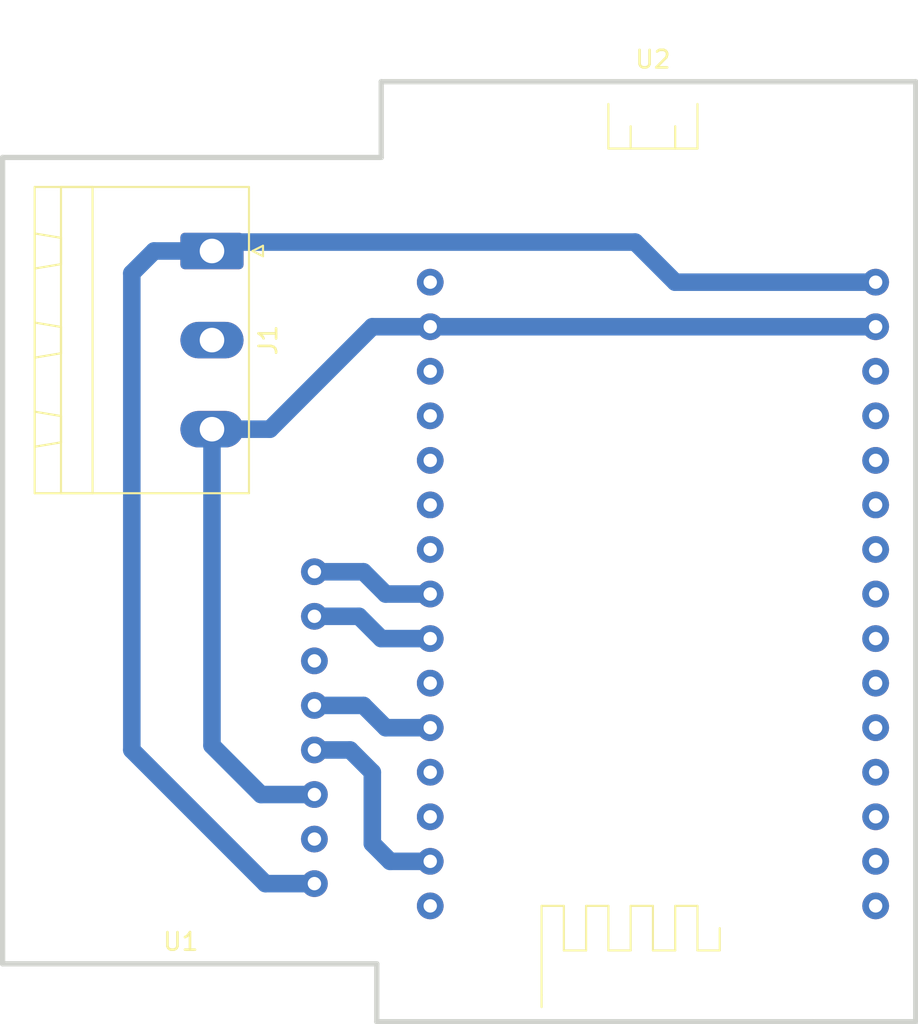
<source format=kicad_pcb>
(kicad_pcb (version 20171130) (host pcbnew "(5.1.6)-1")

  (general
    (thickness 1.6)
    (drawings 9)
    (tracks 30)
    (zones 0)
    (modules 3)
    (nets 33)
  )

  (page A4)
  (layers
    (0 F.Cu signal)
    (31 B.Cu signal)
    (32 B.Adhes user)
    (33 F.Adhes user)
    (34 B.Paste user)
    (35 F.Paste user)
    (36 B.SilkS user)
    (37 F.SilkS user)
    (38 B.Mask user)
    (39 F.Mask user)
    (40 Dwgs.User user)
    (41 Cmts.User user)
    (42 Eco1.User user)
    (43 Eco2.User user)
    (44 Edge.Cuts user)
    (45 Margin user)
    (46 B.CrtYd user)
    (47 F.CrtYd user)
    (48 B.Fab user)
    (49 F.Fab user)
  )

  (setup
    (last_trace_width 0.25)
    (user_trace_width 1)
    (trace_clearance 0.2)
    (zone_clearance 0.508)
    (zone_45_only no)
    (trace_min 0.2)
    (via_size 0.8)
    (via_drill 0.4)
    (via_min_size 0.4)
    (via_min_drill 0.3)
    (user_via 2 0.8)
    (uvia_size 0.3)
    (uvia_drill 0.1)
    (uvias_allowed no)
    (uvia_min_size 0.2)
    (uvia_min_drill 0.1)
    (edge_width 0.3)
    (segment_width 0.2)
    (pcb_text_width 0.3)
    (pcb_text_size 1.5 1.5)
    (mod_edge_width 0.12)
    (mod_text_size 1 1)
    (mod_text_width 0.15)
    (pad_size 1.524 1.524)
    (pad_drill 0.762)
    (pad_to_mask_clearance 0.05)
    (aux_axis_origin 0 0)
    (visible_elements 7FFFFFFF)
    (pcbplotparams
      (layerselection 0x010fc_ffffffff)
      (usegerberextensions false)
      (usegerberattributes true)
      (usegerberadvancedattributes true)
      (creategerberjobfile true)
      (excludeedgelayer true)
      (linewidth 0.100000)
      (plotframeref false)
      (viasonmask false)
      (mode 1)
      (useauxorigin false)
      (hpglpennumber 1)
      (hpglpenspeed 20)
      (hpglpendiameter 15.000000)
      (psnegative false)
      (psa4output false)
      (plotreference true)
      (plotvalue true)
      (plotinvisibletext false)
      (padsonsilk false)
      (subtractmaskfromsilk false)
      (outputformat 1)
      (mirror false)
      (drillshape 1)
      (scaleselection 1)
      (outputdirectory ""))
  )

  (net 0 "")
  (net 1 /5V)
  (net 2 "Net-(J1-Pad2)")
  (net 3 /GND)
  (net 4 "Net-(U1-Pad2)")
  (net 5 /SCL)
  (net 6 /SDA)
  (net 7 "Net-(U1-Pad6)")
  (net 8 /INTA)
  (net 9 /DRDY)
  (net 10 "Net-(U2-Pad1)")
  (net 11 "Net-(U2-Pad3)")
  (net 12 "Net-(U2-Pad4)")
  (net 13 "Net-(U2-Pad5)")
  (net 14 "Net-(U2-Pad6)")
  (net 15 "Net-(U2-Pad7)")
  (net 16 "Net-(U2-Pad10)")
  (net 17 "Net-(U2-Pad12)")
  (net 18 "Net-(U2-Pad13)")
  (net 19 "Net-(U2-Pad15)")
  (net 20 "Net-(U2-Pad18)")
  (net 21 "Net-(U2-Pad19)")
  (net 22 "Net-(U2-Pad20)")
  (net 23 "Net-(U2-Pad21)")
  (net 24 "Net-(U2-Pad22)")
  (net 25 "Net-(U2-Pad23)")
  (net 26 "Net-(U2-Pad24)")
  (net 27 "Net-(U2-Pad25)")
  (net 28 "Net-(U2-Pad26)")
  (net 29 "Net-(U2-Pad27)")
  (net 30 "Net-(U2-Pad28)")
  (net 31 "Net-(U2-Pad29)")
  (net 32 "Net-(U2-Pad30)")

  (net_class Default "This is the default net class."
    (clearance 0.2)
    (trace_width 0.25)
    (via_dia 0.8)
    (via_drill 0.4)
    (uvia_dia 0.3)
    (uvia_drill 0.1)
    (add_net /5V)
    (add_net /DRDY)
    (add_net /GND)
    (add_net /INTA)
    (add_net /SCL)
    (add_net /SDA)
    (add_net "Net-(J1-Pad2)")
    (add_net "Net-(U1-Pad2)")
    (add_net "Net-(U1-Pad6)")
    (add_net "Net-(U2-Pad1)")
    (add_net "Net-(U2-Pad10)")
    (add_net "Net-(U2-Pad12)")
    (add_net "Net-(U2-Pad13)")
    (add_net "Net-(U2-Pad15)")
    (add_net "Net-(U2-Pad18)")
    (add_net "Net-(U2-Pad19)")
    (add_net "Net-(U2-Pad20)")
    (add_net "Net-(U2-Pad21)")
    (add_net "Net-(U2-Pad22)")
    (add_net "Net-(U2-Pad23)")
    (add_net "Net-(U2-Pad24)")
    (add_net "Net-(U2-Pad25)")
    (add_net "Net-(U2-Pad26)")
    (add_net "Net-(U2-Pad27)")
    (add_net "Net-(U2-Pad28)")
    (add_net "Net-(U2-Pad29)")
    (add_net "Net-(U2-Pad3)")
    (add_net "Net-(U2-Pad30)")
    (add_net "Net-(U2-Pad4)")
    (add_net "Net-(U2-Pad5)")
    (add_net "Net-(U2-Pad6)")
    (add_net "Net-(U2-Pad7)")
  )

  (module Connector_Phoenix_MSTB:PhoenixContact_MSTBA_2,5_3-G-5,08_1x03_P5.08mm_Horizontal (layer F.Cu) (tedit 5B785047) (tstamp 5FCCD239)
    (at 106.172 62.738 270)
    (descr "Generic Phoenix Contact connector footprint for: MSTBA_2,5/3-G-5,08; number of pins: 03; pin pitch: 5.08mm; Angled || order number: 1757255 12A || order number: 1923872 16A (HC)")
    (tags "phoenix_contact connector MSTBA_01x03_G_5.08mm")
    (path /5FCD3352)
    (fp_text reference J1 (at 5.08 -3.2 90) (layer F.SilkS)
      (effects (font (size 1 1) (thickness 0.15)))
    )
    (fp_text value PW_IN (at 5.08 11.2 90) (layer F.Fab)
      (effects (font (size 1 1) (thickness 0.15)))
    )
    (fp_line (start -3.65 -2.11) (end -3.65 10.11) (layer F.SilkS) (width 0.12))
    (fp_line (start -3.65 10.11) (end 13.81 10.11) (layer F.SilkS) (width 0.12))
    (fp_line (start 13.81 10.11) (end 13.81 -2.11) (layer F.SilkS) (width 0.12))
    (fp_line (start 13.81 -2.11) (end -3.65 -2.11) (layer F.SilkS) (width 0.12))
    (fp_line (start -3.54 -2) (end -3.54 10) (layer F.Fab) (width 0.1))
    (fp_line (start -3.54 10) (end 13.7 10) (layer F.Fab) (width 0.1))
    (fp_line (start 13.7 10) (end 13.7 -2) (layer F.Fab) (width 0.1))
    (fp_line (start 13.7 -2) (end -3.54 -2) (layer F.Fab) (width 0.1))
    (fp_line (start -3.65 8.61) (end -3.65 6.81) (layer F.SilkS) (width 0.12))
    (fp_line (start -3.65 6.81) (end 13.81 6.81) (layer F.SilkS) (width 0.12))
    (fp_line (start 13.81 6.81) (end 13.81 8.61) (layer F.SilkS) (width 0.12))
    (fp_line (start 13.81 8.61) (end -3.65 8.61) (layer F.SilkS) (width 0.12))
    (fp_line (start -1 10.11) (end 1 10.11) (layer F.SilkS) (width 0.12))
    (fp_line (start 1 10.11) (end 0.75 8.61) (layer F.SilkS) (width 0.12))
    (fp_line (start 0.75 8.61) (end -0.75 8.61) (layer F.SilkS) (width 0.12))
    (fp_line (start -0.75 8.61) (end -1 10.11) (layer F.SilkS) (width 0.12))
    (fp_line (start 4.08 10.11) (end 6.08 10.11) (layer F.SilkS) (width 0.12))
    (fp_line (start 6.08 10.11) (end 5.83 8.61) (layer F.SilkS) (width 0.12))
    (fp_line (start 5.83 8.61) (end 4.33 8.61) (layer F.SilkS) (width 0.12))
    (fp_line (start 4.33 8.61) (end 4.08 10.11) (layer F.SilkS) (width 0.12))
    (fp_line (start 9.16 10.11) (end 11.16 10.11) (layer F.SilkS) (width 0.12))
    (fp_line (start 11.16 10.11) (end 10.91 8.61) (layer F.SilkS) (width 0.12))
    (fp_line (start 10.91 8.61) (end 9.41 8.61) (layer F.SilkS) (width 0.12))
    (fp_line (start 9.41 8.61) (end 9.16 10.11) (layer F.SilkS) (width 0.12))
    (fp_line (start -4.04 -2.5) (end -4.04 10.5) (layer F.CrtYd) (width 0.05))
    (fp_line (start -4.04 10.5) (end 14.2 10.5) (layer F.CrtYd) (width 0.05))
    (fp_line (start 14.2 10.5) (end 14.2 -2.5) (layer F.CrtYd) (width 0.05))
    (fp_line (start 14.2 -2.5) (end -4.04 -2.5) (layer F.CrtYd) (width 0.05))
    (fp_line (start 0.3 -2.91) (end 0 -2.31) (layer F.SilkS) (width 0.12))
    (fp_line (start 0 -2.31) (end -0.3 -2.91) (layer F.SilkS) (width 0.12))
    (fp_line (start -0.3 -2.91) (end 0.3 -2.91) (layer F.SilkS) (width 0.12))
    (fp_line (start 0.95 -2) (end 0 -0.5) (layer F.Fab) (width 0.1))
    (fp_line (start 0 -0.5) (end -0.95 -2) (layer F.Fab) (width 0.1))
    (fp_text user %R (at 5.08 -1.3 90) (layer F.Fab)
      (effects (font (size 1 1) (thickness 0.15)))
    )
    (pad 1 thru_hole roundrect (at 0 0 270) (size 2.08 3.6) (drill 1.4) (layers *.Cu *.Mask) (roundrect_rratio 0.120192)
      (net 1 /5V))
    (pad 2 thru_hole oval (at 5.08 0 270) (size 2.08 3.6) (drill 1.4) (layers *.Cu *.Mask)
      (net 2 "Net-(J1-Pad2)"))
    (pad 3 thru_hole oval (at 10.16 0 270) (size 2.08 3.6) (drill 1.4) (layers *.Cu *.Mask)
      (net 3 /GND))
    (model ${KISYS3DMOD}/Connector_Phoenix_MSTB.3dshapes/PhoenixContact_MSTBA_2,5_3-G-5,08_1x03_P5.08mm_Horizontal.wrl
      (at (xyz 0 0 0))
      (scale (xyz 1 1 1))
      (rotate (xyz 0 0 0))
    )
  )

  (module Giro_ESP_Platform:Giro_Module (layer F.Cu) (tedit 5FCCCEEC) (tstamp 5FCCD62C)
    (at 112.014 102.616 180)
    (path /5FCCE97D)
    (fp_text reference U1 (at 7.62 0.5) (layer F.SilkS)
      (effects (font (size 1 1) (thickness 0.15)))
    )
    (fp_text value Giro_Module (at 7.62 -1.27) (layer F.Fab)
      (effects (font (size 1 1) (thickness 0.15)))
    )
    (fp_line (start -1.27 1.27) (end -1.27 24.13) (layer F.Fab) (width 0.12))
    (fp_line (start -1.27 24.13) (end 16.51 24.13) (layer F.Fab) (width 0.12))
    (fp_line (start 16.51 24.13) (end 16.51 1.27) (layer F.Fab) (width 0.12))
    (fp_line (start 16.51 1.27) (end -1.27 1.27) (layer F.Fab) (width 0.12))
    (fp_circle (center 13.97 3.81) (end 13.97 5.08) (layer Eco2.User) (width 0.12))
    (pad 1 thru_hole circle (at 0 3.81 180) (size 1.524 1.524) (drill 0.762) (layers *.Cu *.Mask)
      (net 1 /5V))
    (pad 2 thru_hole circle (at 0 6.35 180) (size 1.524 1.524) (drill 0.762) (layers *.Cu *.Mask)
      (net 4 "Net-(U1-Pad2)"))
    (pad 3 thru_hole circle (at 0 8.89 180) (size 1.524 1.524) (drill 0.762) (layers *.Cu *.Mask)
      (net 3 /GND))
    (pad 4 thru_hole circle (at 0 11.43 180) (size 1.524 1.524) (drill 0.762) (layers *.Cu *.Mask)
      (net 5 /SCL))
    (pad 5 thru_hole circle (at 0 13.97 180) (size 1.524 1.524) (drill 0.762) (layers *.Cu *.Mask)
      (net 6 /SDA))
    (pad 6 thru_hole circle (at 0 16.51 180) (size 1.524 1.524) (drill 0.762) (layers *.Cu *.Mask)
      (net 7 "Net-(U1-Pad6)"))
    (pad 7 thru_hole circle (at 0 19.05 180) (size 1.524 1.524) (drill 0.762) (layers *.Cu *.Mask)
      (net 8 /INTA))
    (pad 8 thru_hole circle (at 0 21.59 180) (size 1.524 1.524) (drill 0.762) (layers *.Cu *.Mask)
      (net 9 /DRDY))
  )

  (module ESP_32module:ESP32_module (layer F.Cu) (tedit 5FBF99C2) (tstamp 5FCCD28B)
    (at 124.968 74.676)
    (path /5FCCBA79)
    (fp_text reference U2 (at 6.35 -22.86) (layer F.SilkS)
      (effects (font (size 1 1) (thickness 0.15)))
    )
    (fp_text value ESP32_module (at 6.35 -25.4) (layer F.Fab)
      (effects (font (size 1 1) (thickness 0.15)))
    )
    (fp_line (start 0 30.48) (end 0 31.17) (layer F.SilkS) (width 0.12))
    (fp_line (start 20.32 31.18) (end 20.32 -20.32) (layer F.Fab) (width 0.12))
    (fp_line (start 20.32 -20.32) (end -7.62 -20.32) (layer F.Fab) (width 0.12))
    (fp_line (start -7.62 -20.32) (end -7.62 31.18) (layer F.Fab) (width 0.12))
    (fp_line (start -7.62 31.18) (end 20.32 31.18) (layer F.Fab) (width 0.12))
    (fp_line (start 0 30.48) (end 0 25.4) (layer F.SilkS) (width 0.12))
    (fp_line (start 0 25.4) (end 1.27 25.4) (layer F.SilkS) (width 0.12))
    (fp_line (start 1.27 25.4) (end 1.27 27.94) (layer F.SilkS) (width 0.12))
    (fp_line (start 1.27 27.94) (end 2.54 27.94) (layer F.SilkS) (width 0.12))
    (fp_line (start 2.54 27.94) (end 2.54 25.4) (layer F.SilkS) (width 0.12))
    (fp_line (start 2.54 25.4) (end 3.81 25.4) (layer F.SilkS) (width 0.12))
    (fp_line (start 3.81 25.4) (end 3.81 27.94) (layer F.SilkS) (width 0.12))
    (fp_line (start 3.81 27.94) (end 5.08 27.94) (layer F.SilkS) (width 0.12))
    (fp_line (start 5.08 27.94) (end 5.08 25.4) (layer F.SilkS) (width 0.12))
    (fp_line (start 5.08 25.4) (end 6.35 25.4) (layer F.SilkS) (width 0.12))
    (fp_line (start 6.35 25.4) (end 6.35 27.94) (layer F.SilkS) (width 0.12))
    (fp_line (start 6.35 27.94) (end 7.62 27.94) (layer F.SilkS) (width 0.12))
    (fp_line (start 7.62 27.94) (end 7.62 25.4) (layer F.SilkS) (width 0.12))
    (fp_line (start 7.62 25.4) (end 8.89 25.4) (layer F.SilkS) (width 0.12))
    (fp_line (start 8.89 25.4) (end 8.89 27.94) (layer F.SilkS) (width 0.12))
    (fp_line (start 8.89 27.94) (end 10.16 27.94) (layer F.SilkS) (width 0.12))
    (fp_line (start 10.16 27.94) (end 10.16 26.67) (layer F.SilkS) (width 0.12))
    (fp_line (start 3.81 -20.32) (end 3.81 -17.78) (layer F.SilkS) (width 0.12))
    (fp_line (start 3.81 -17.78) (end 8.89 -17.78) (layer F.SilkS) (width 0.12))
    (fp_line (start 8.89 -17.78) (end 8.89 -20.32) (layer F.SilkS) (width 0.12))
    (fp_line (start 5.08 -17.78) (end 5.08 -19.05) (layer F.SilkS) (width 0.12))
    (fp_line (start 7.62 -17.78) (end 7.62 -19.05) (layer F.SilkS) (width 0.12))
    (fp_circle (center 17.78 -17.78) (end 17.78 -16.51) (layer Eco2.User) (width 0.12))
    (fp_circle (center -5.08 -17.78) (end -5.08 -16.51) (layer Eco2.User) (width 0.12))
    (fp_circle (center 17.78 29.21) (end 17.78 30.48) (layer Eco2.User) (width 0.12))
    (fp_circle (center -5.08 29.21) (end -5.08 30.48) (layer Eco2.User) (width 0.12))
    (pad 1 thru_hole circle (at -6.35 -10.16) (size 1.524 1.524) (drill 0.762) (layers *.Cu *.Mask)
      (net 10 "Net-(U2-Pad1)"))
    (pad 2 thru_hole circle (at -6.35 -7.62) (size 1.524 1.524) (drill 0.762) (layers *.Cu *.Mask)
      (net 3 /GND))
    (pad 3 thru_hole circle (at -6.35 -5.08) (size 1.524 1.524) (drill 0.762) (layers *.Cu *.Mask)
      (net 11 "Net-(U2-Pad3)"))
    (pad 4 thru_hole circle (at -6.35 -2.54) (size 1.524 1.524) (drill 0.762) (layers *.Cu *.Mask)
      (net 12 "Net-(U2-Pad4)"))
    (pad 5 thru_hole circle (at -6.35 0) (size 1.524 1.524) (drill 0.762) (layers *.Cu *.Mask)
      (net 13 "Net-(U2-Pad5)"))
    (pad 6 thru_hole circle (at -6.35 2.54) (size 1.524 1.524) (drill 0.762) (layers *.Cu *.Mask)
      (net 14 "Net-(U2-Pad6)"))
    (pad 7 thru_hole circle (at -6.35 5.08) (size 1.524 1.524) (drill 0.762) (layers *.Cu *.Mask)
      (net 15 "Net-(U2-Pad7)"))
    (pad 8 thru_hole circle (at -6.35 7.62) (size 1.524 1.524) (drill 0.762) (layers *.Cu *.Mask)
      (net 9 /DRDY))
    (pad 9 thru_hole circle (at -6.35 10.16) (size 1.524 1.524) (drill 0.762) (layers *.Cu *.Mask)
      (net 8 /INTA))
    (pad 10 thru_hole circle (at -6.35 12.7) (size 1.524 1.524) (drill 0.762) (layers *.Cu *.Mask)
      (net 16 "Net-(U2-Pad10)"))
    (pad 11 thru_hole circle (at -6.35 15.24) (size 1.524 1.524) (drill 0.762) (layers *.Cu *.Mask)
      (net 6 /SDA))
    (pad 12 thru_hole circle (at -6.35 17.78) (size 1.524 1.524) (drill 0.762) (layers *.Cu *.Mask)
      (net 17 "Net-(U2-Pad12)"))
    (pad 13 thru_hole circle (at -6.35 20.32) (size 1.524 1.524) (drill 0.762) (layers *.Cu *.Mask)
      (net 18 "Net-(U2-Pad13)"))
    (pad 14 thru_hole circle (at -6.35 22.86) (size 1.524 1.524) (drill 0.762) (layers *.Cu *.Mask)
      (net 5 /SCL))
    (pad 15 thru_hole circle (at -6.35 25.4) (size 1.524 1.524) (drill 0.762) (layers *.Cu *.Mask)
      (net 19 "Net-(U2-Pad15)"))
    (pad 16 thru_hole circle (at 19.05 -10.16) (size 1.524 1.524) (drill 0.762) (layers *.Cu *.Mask)
      (net 1 /5V))
    (pad 17 thru_hole circle (at 19.05 -7.62) (size 1.524 1.524) (drill 0.762) (layers *.Cu *.Mask)
      (net 3 /GND))
    (pad 18 thru_hole circle (at 19.05 -5.08) (size 1.524 1.524) (drill 0.762) (layers *.Cu *.Mask)
      (net 20 "Net-(U2-Pad18)"))
    (pad 19 thru_hole circle (at 19.05 -2.54) (size 1.524 1.524) (drill 0.762) (layers *.Cu *.Mask)
      (net 21 "Net-(U2-Pad19)"))
    (pad 20 thru_hole circle (at 19.05 0) (size 1.524 1.524) (drill 0.762) (layers *.Cu *.Mask)
      (net 22 "Net-(U2-Pad20)"))
    (pad 21 thru_hole circle (at 19.05 2.54) (size 1.524 1.524) (drill 0.762) (layers *.Cu *.Mask)
      (net 23 "Net-(U2-Pad21)"))
    (pad 22 thru_hole circle (at 19.05 5.08) (size 1.524 1.524) (drill 0.762) (layers *.Cu *.Mask)
      (net 24 "Net-(U2-Pad22)"))
    (pad 23 thru_hole circle (at 19.05 7.62) (size 1.524 1.524) (drill 0.762) (layers *.Cu *.Mask)
      (net 25 "Net-(U2-Pad23)"))
    (pad 24 thru_hole circle (at 19.05 10.16) (size 1.524 1.524) (drill 0.762) (layers *.Cu *.Mask)
      (net 26 "Net-(U2-Pad24)"))
    (pad 25 thru_hole circle (at 19.05 12.7) (size 1.524 1.524) (drill 0.762) (layers *.Cu *.Mask)
      (net 27 "Net-(U2-Pad25)"))
    (pad 26 thru_hole circle (at 19.05 15.24) (size 1.524 1.524) (drill 0.762) (layers *.Cu *.Mask)
      (net 28 "Net-(U2-Pad26)"))
    (pad 27 thru_hole circle (at 19.05 17.78) (size 1.524 1.524) (drill 0.762) (layers *.Cu *.Mask)
      (net 29 "Net-(U2-Pad27)"))
    (pad 28 thru_hole circle (at 19.05 20.32) (size 1.524 1.524) (drill 0.762) (layers *.Cu *.Mask)
      (net 30 "Net-(U2-Pad28)"))
    (pad 29 thru_hole circle (at 19.05 22.86) (size 1.524 1.524) (drill 0.762) (layers *.Cu *.Mask)
      (net 31 "Net-(U2-Pad29)"))
    (pad 30 thru_hole circle (at 19.05 25.4) (size 1.524 1.524) (drill 0.762) (layers *.Cu *.Mask)
      (net 32 "Net-(U2-Pad30)"))
  )

  (gr_line (start 115.57 106.68) (end 140.462 106.68) (layer Edge.Cuts) (width 0.3) (tstamp 5FCCD65E))
  (gr_line (start 115.57 103.378) (end 115.57 106.68) (layer Edge.Cuts) (width 0.3))
  (gr_line (start 94.234 103.378) (end 115.57 103.378) (layer Edge.Cuts) (width 0.3))
  (gr_line (start 94.234 57.404) (end 94.234 103.378) (layer Edge.Cuts) (width 0.3))
  (gr_line (start 115.824 57.404) (end 94.234 57.404) (layer Edge.Cuts) (width 0.3))
  (gr_line (start 115.824 53.086) (end 115.824 57.404) (layer Edge.Cuts) (width 0.3))
  (gr_line (start 146.304 53.086) (end 115.824 53.086) (layer Edge.Cuts) (width 0.3))
  (gr_line (start 146.304 106.68) (end 146.304 53.086) (layer Edge.Cuts) (width 0.3))
  (gr_line (start 140.462 106.68) (end 146.304 106.68) (layer Edge.Cuts) (width 0.3))

  (segment (start 102.87 62.738) (end 106.172 62.738) (width 1) (layer B.Cu) (net 1))
  (segment (start 101.6 64.008) (end 102.87 62.738) (width 1) (layer B.Cu) (net 1))
  (segment (start 101.6 91.186) (end 101.6 64.008) (width 1) (layer B.Cu) (net 1))
  (segment (start 112.014 98.806) (end 109.22 98.806) (width 1) (layer B.Cu) (net 1))
  (segment (start 109.22 98.806) (end 101.6 91.186) (width 1) (layer B.Cu) (net 1))
  (segment (start 144.018 64.516) (end 132.588 64.516) (width 1) (layer B.Cu) (net 1))
  (segment (start 132.588 64.516) (end 130.302 62.23) (width 1) (layer B.Cu) (net 1))
  (segment (start 106.68 62.23) (end 106.172 62.738) (width 1) (layer B.Cu) (net 1))
  (segment (start 130.302 62.23) (end 106.68 62.23) (width 1) (layer B.Cu) (net 1))
  (segment (start 118.618 67.056) (end 144.018 67.056) (width 1) (layer B.Cu) (net 3))
  (segment (start 106.172 90.932) (end 106.172 72.898) (width 1) (layer B.Cu) (net 3))
  (segment (start 112.014 93.726) (end 108.966 93.726) (width 1) (layer B.Cu) (net 3))
  (segment (start 108.966 93.726) (end 106.172 90.932) (width 1) (layer B.Cu) (net 3))
  (segment (start 115.316 67.056) (end 118.618 67.056) (width 1) (layer B.Cu) (net 3))
  (segment (start 106.172 72.898) (end 109.474 72.898) (width 1) (layer B.Cu) (net 3))
  (segment (start 109.474 72.898) (end 115.316 67.056) (width 1) (layer B.Cu) (net 3))
  (segment (start 114.046 91.186) (end 112.014 91.186) (width 1) (layer B.Cu) (net 5))
  (segment (start 115.316 92.456) (end 114.046 91.186) (width 1) (layer B.Cu) (net 5))
  (segment (start 115.316 96.52) (end 115.316 92.456) (width 1) (layer B.Cu) (net 5))
  (segment (start 118.618 97.536) (end 116.332 97.536) (width 1) (layer B.Cu) (net 5))
  (segment (start 116.332 97.536) (end 115.316 96.52) (width 1) (layer B.Cu) (net 5))
  (segment (start 114.808 88.646) (end 112.014 88.646) (width 1) (layer B.Cu) (net 6))
  (segment (start 118.618 89.916) (end 116.078 89.916) (width 1) (layer B.Cu) (net 6))
  (segment (start 116.078 89.916) (end 114.808 88.646) (width 1) (layer B.Cu) (net 6))
  (segment (start 118.618 84.836) (end 115.824 84.836) (width 1) (layer B.Cu) (net 8))
  (segment (start 114.554 83.566) (end 112.014 83.566) (width 1) (layer B.Cu) (net 8))
  (segment (start 115.824 84.836) (end 114.554 83.566) (width 1) (layer B.Cu) (net 8))
  (segment (start 118.618 82.296) (end 116.078 82.296) (width 1) (layer B.Cu) (net 9))
  (segment (start 114.808 81.026) (end 112.014 81.026) (width 1) (layer B.Cu) (net 9))
  (segment (start 116.078 82.296) (end 114.808 81.026) (width 1) (layer B.Cu) (net 9))

)

</source>
